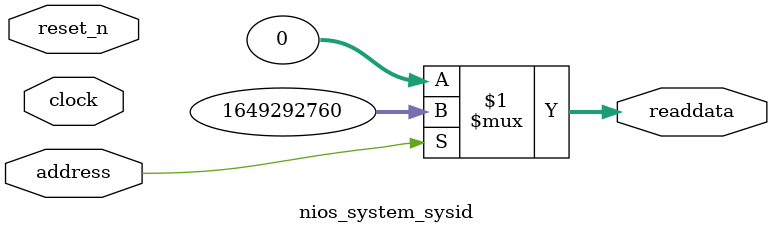
<source format=v>



// synthesis translate_off
`timescale 1ns / 1ps
// synthesis translate_on

// turn off superfluous verilog processor warnings 
// altera message_level Level1 
// altera message_off 10034 10035 10036 10037 10230 10240 10030 

module nios_system_sysid (
               // inputs:
                address,
                clock,
                reset_n,

               // outputs:
                readdata
             )
;

  output  [ 31: 0] readdata;
  input            address;
  input            clock;
  input            reset_n;

  wire    [ 31: 0] readdata;
  //control_slave, which is an e_avalon_slave
  assign readdata = address ? 1649292760 : 0;

endmodule



</source>
